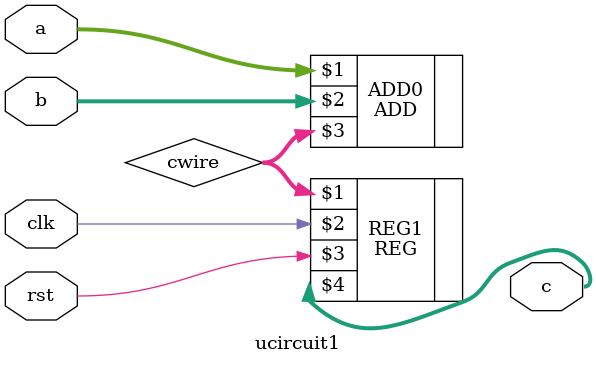
<source format=v>
`timescale 1ns / 1ps 

module ucircuit1(clk, rst, a, b, c);

input clk, rst;
input [7:0] a;
input [7:0] b;
output [7:0] c;
wire [7:0] cwire;

ADD #(.DATAWIDTH(8)) ADD0(a, b, cwire);
REG #(.DATAWIDTH(8)) REG1(cwire, clk, rst, c);

endmodule

</source>
